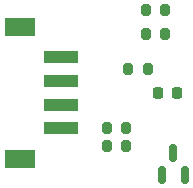
<source format=gbr>
%TF.GenerationSoftware,KiCad,Pcbnew,9.0.3*%
%TF.CreationDate,2025-08-09T09:56:12+02:00*%
%TF.ProjectId,ialed,69616c65-642e-46b6-9963-61645f706362,rev?*%
%TF.SameCoordinates,Original*%
%TF.FileFunction,Paste,Top*%
%TF.FilePolarity,Positive*%
%FSLAX46Y46*%
G04 Gerber Fmt 4.6, Leading zero omitted, Abs format (unit mm)*
G04 Created by KiCad (PCBNEW 9.0.3) date 2025-08-09 09:56:12*
%MOMM*%
%LPD*%
G01*
G04 APERTURE LIST*
G04 Aperture macros list*
%AMRoundRect*
0 Rectangle with rounded corners*
0 $1 Rounding radius*
0 $2 $3 $4 $5 $6 $7 $8 $9 X,Y pos of 4 corners*
0 Add a 4 corners polygon primitive as box body*
4,1,4,$2,$3,$4,$5,$6,$7,$8,$9,$2,$3,0*
0 Add four circle primitives for the rounded corners*
1,1,$1+$1,$2,$3*
1,1,$1+$1,$4,$5*
1,1,$1+$1,$6,$7*
1,1,$1+$1,$8,$9*
0 Add four rect primitives between the rounded corners*
20,1,$1+$1,$2,$3,$4,$5,0*
20,1,$1+$1,$4,$5,$6,$7,0*
20,1,$1+$1,$6,$7,$8,$9,0*
20,1,$1+$1,$8,$9,$2,$3,0*%
G04 Aperture macros list end*
%ADD10RoundRect,0.200000X-0.200000X-0.275000X0.200000X-0.275000X0.200000X0.275000X-0.200000X0.275000X0*%
%ADD11RoundRect,0.218750X0.218750X0.256250X-0.218750X0.256250X-0.218750X-0.256250X0.218750X-0.256250X0*%
%ADD12RoundRect,0.200000X0.200000X0.275000X-0.200000X0.275000X-0.200000X-0.275000X0.200000X-0.275000X0*%
%ADD13R,3.000000X1.000000*%
%ADD14R,2.600000X1.550000*%
%ADD15RoundRect,0.150000X0.150000X-0.587500X0.150000X0.587500X-0.150000X0.587500X-0.150000X-0.587500X0*%
G04 APERTURE END LIST*
D10*
%TO.C,R5*%
X11675000Y-8000000D03*
X13325000Y-8000000D03*
%TD*%
D11*
%TO.C,D2*%
X15787500Y-10000000D03*
X14212500Y-10000000D03*
%TD*%
D12*
%TO.C,R3*%
X11500000Y-14500000D03*
X9850000Y-14500000D03*
%TD*%
D10*
%TO.C,R2*%
X9850000Y-13000000D03*
X11500000Y-13000000D03*
%TD*%
D13*
%TO.C,G1*%
X6000000Y-13000000D03*
X6000000Y-11000000D03*
X6000000Y-9000000D03*
X6000000Y-7000000D03*
D14*
X2510840Y-15575000D03*
X2510840Y-4425000D03*
%TD*%
D10*
%TO.C,R1*%
X13175000Y-5000000D03*
X14825000Y-5000000D03*
%TD*%
D15*
%TO.C,Q1*%
X14550000Y-16937500D03*
X16450000Y-16937500D03*
X15500000Y-15062500D03*
%TD*%
D10*
%TO.C,R4*%
X13175000Y-3000000D03*
X14825000Y-3000000D03*
%TD*%
M02*

</source>
